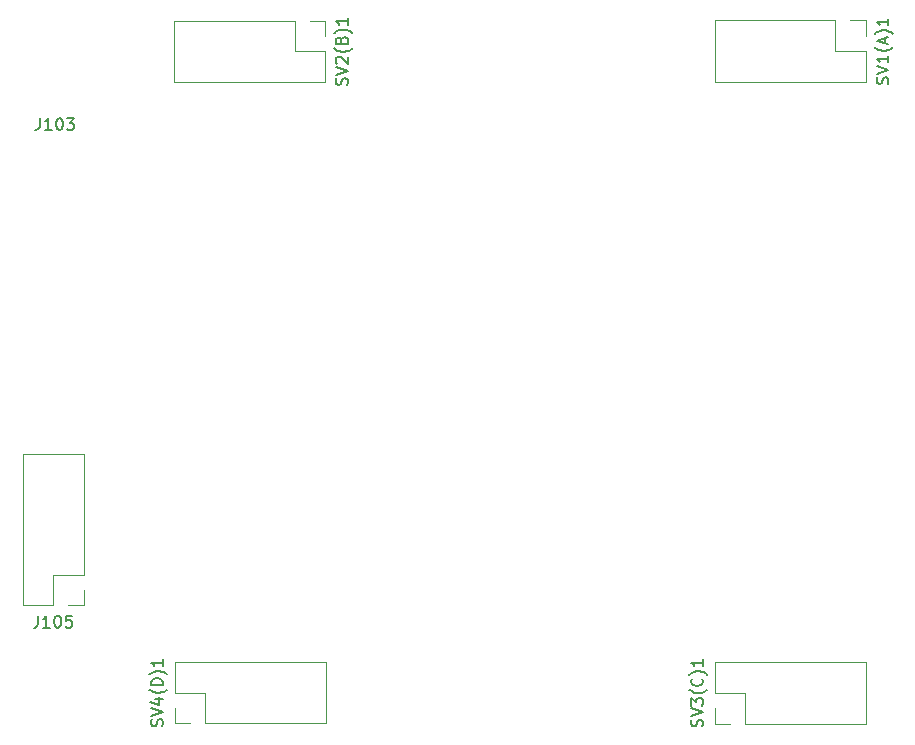
<source format=gbr>
%TF.GenerationSoftware,KiCad,Pcbnew,(6.0.4)*%
%TF.CreationDate,2023-01-10T11:36:53+00:00*%
%TF.ProjectId,middle,6d696464-6c65-42e6-9b69-6361645f7063,rev?*%
%TF.SameCoordinates,Original*%
%TF.FileFunction,Legend,Top*%
%TF.FilePolarity,Positive*%
%FSLAX46Y46*%
G04 Gerber Fmt 4.6, Leading zero omitted, Abs format (unit mm)*
G04 Created by KiCad (PCBNEW (6.0.4)) date 2023-01-10 11:36:53*
%MOMM*%
%LPD*%
G01*
G04 APERTURE LIST*
%ADD10C,0.150000*%
%ADD11C,0.120000*%
G04 APERTURE END LIST*
D10*
%TO.C,J105*%
X90554192Y-106267287D02*
X90554192Y-106981573D01*
X90506573Y-107124430D01*
X90411335Y-107219668D01*
X90268478Y-107267287D01*
X90173240Y-107267287D01*
X91554192Y-107267287D02*
X90982764Y-107267287D01*
X91268478Y-107267287D02*
X91268478Y-106267287D01*
X91173240Y-106410145D01*
X91078002Y-106505383D01*
X90982764Y-106553002D01*
X92173240Y-106267287D02*
X92268478Y-106267287D01*
X92363716Y-106314907D01*
X92411335Y-106362526D01*
X92458954Y-106457764D01*
X92506573Y-106648240D01*
X92506573Y-106886335D01*
X92458954Y-107076811D01*
X92411335Y-107172049D01*
X92363716Y-107219668D01*
X92268478Y-107267287D01*
X92173240Y-107267287D01*
X92078002Y-107219668D01*
X92030383Y-107172049D01*
X91982764Y-107076811D01*
X91935145Y-106886335D01*
X91935145Y-106648240D01*
X91982764Y-106457764D01*
X92030383Y-106362526D01*
X92078002Y-106314907D01*
X92173240Y-106267287D01*
X93411335Y-106267287D02*
X92935145Y-106267287D01*
X92887526Y-106743478D01*
X92935145Y-106695859D01*
X93030383Y-106648240D01*
X93268478Y-106648240D01*
X93363716Y-106695859D01*
X93411335Y-106743478D01*
X93458954Y-106838716D01*
X93458954Y-107076811D01*
X93411335Y-107172049D01*
X93363716Y-107219668D01*
X93268478Y-107267287D01*
X93030383Y-107267287D01*
X92935145Y-107219668D01*
X92887526Y-107172049D01*
%TO.C,SV4(D)1*%
X101074668Y-115608240D02*
X101122287Y-115465383D01*
X101122287Y-115227287D01*
X101074668Y-115132049D01*
X101027049Y-115084430D01*
X100931811Y-115036811D01*
X100836573Y-115036811D01*
X100741335Y-115084430D01*
X100693716Y-115132049D01*
X100646097Y-115227287D01*
X100598478Y-115417764D01*
X100550859Y-115513002D01*
X100503240Y-115560621D01*
X100408002Y-115608240D01*
X100312764Y-115608240D01*
X100217526Y-115560621D01*
X100169907Y-115513002D01*
X100122287Y-115417764D01*
X100122287Y-115179668D01*
X100169907Y-115036811D01*
X100122287Y-114751097D02*
X101122287Y-114417764D01*
X100122287Y-114084430D01*
X100455621Y-113322526D02*
X101122287Y-113322526D01*
X100074668Y-113560621D02*
X100788954Y-113798716D01*
X100788954Y-113179668D01*
X101503240Y-112513002D02*
X101455621Y-112560621D01*
X101312764Y-112655859D01*
X101217526Y-112703478D01*
X101074668Y-112751097D01*
X100836573Y-112798716D01*
X100646097Y-112798716D01*
X100408002Y-112751097D01*
X100265145Y-112703478D01*
X100169907Y-112655859D01*
X100027049Y-112560621D01*
X99979430Y-112513002D01*
X101122287Y-112132049D02*
X100122287Y-112132049D01*
X100122287Y-111893954D01*
X100169907Y-111751097D01*
X100265145Y-111655859D01*
X100360383Y-111608240D01*
X100550859Y-111560621D01*
X100693716Y-111560621D01*
X100884192Y-111608240D01*
X100979430Y-111655859D01*
X101074668Y-111751097D01*
X101122287Y-111893954D01*
X101122287Y-112132049D01*
X101503240Y-111227287D02*
X101455621Y-111179668D01*
X101312764Y-111084430D01*
X101217526Y-111036811D01*
X101074668Y-110989192D01*
X100836573Y-110941573D01*
X100646097Y-110941573D01*
X100408002Y-110989192D01*
X100265145Y-111036811D01*
X100169907Y-111084430D01*
X100027049Y-111179668D01*
X99979430Y-111227287D01*
X101122287Y-109941573D02*
X101122287Y-110513002D01*
X101122287Y-110227287D02*
X100122287Y-110227287D01*
X100265145Y-110322526D01*
X100360383Y-110417764D01*
X100408002Y-110513002D01*
%TO.C,SV1(A)1*%
X162499668Y-61226811D02*
X162547287Y-61083954D01*
X162547287Y-60845859D01*
X162499668Y-60750621D01*
X162452049Y-60703002D01*
X162356811Y-60655383D01*
X162261573Y-60655383D01*
X162166335Y-60703002D01*
X162118716Y-60750621D01*
X162071097Y-60845859D01*
X162023478Y-61036335D01*
X161975859Y-61131573D01*
X161928240Y-61179192D01*
X161833002Y-61226811D01*
X161737764Y-61226811D01*
X161642526Y-61179192D01*
X161594907Y-61131573D01*
X161547287Y-61036335D01*
X161547287Y-60798240D01*
X161594907Y-60655383D01*
X161547287Y-60369668D02*
X162547287Y-60036335D01*
X161547287Y-59703002D01*
X162547287Y-58845859D02*
X162547287Y-59417287D01*
X162547287Y-59131573D02*
X161547287Y-59131573D01*
X161690145Y-59226811D01*
X161785383Y-59322049D01*
X161833002Y-59417287D01*
X162928240Y-58131573D02*
X162880621Y-58179192D01*
X162737764Y-58274430D01*
X162642526Y-58322049D01*
X162499668Y-58369668D01*
X162261573Y-58417287D01*
X162071097Y-58417287D01*
X161833002Y-58369668D01*
X161690145Y-58322049D01*
X161594907Y-58274430D01*
X161452049Y-58179192D01*
X161404430Y-58131573D01*
X162261573Y-57798240D02*
X162261573Y-57322049D01*
X162547287Y-57893478D02*
X161547287Y-57560145D01*
X162547287Y-57226811D01*
X162928240Y-56988716D02*
X162880621Y-56941097D01*
X162737764Y-56845859D01*
X162642526Y-56798240D01*
X162499668Y-56750621D01*
X162261573Y-56703002D01*
X162071097Y-56703002D01*
X161833002Y-56750621D01*
X161690145Y-56798240D01*
X161594907Y-56845859D01*
X161452049Y-56941097D01*
X161404430Y-56988716D01*
X162547287Y-55703002D02*
X162547287Y-56274430D01*
X162547287Y-55988716D02*
X161547287Y-55988716D01*
X161690145Y-56083954D01*
X161785383Y-56179192D01*
X161833002Y-56274430D01*
%TO.C,*%
%TO.C,J103*%
X90694192Y-64127287D02*
X90694192Y-64841573D01*
X90646573Y-64984430D01*
X90551335Y-65079668D01*
X90408478Y-65127287D01*
X90313240Y-65127287D01*
X91694192Y-65127287D02*
X91122764Y-65127287D01*
X91408478Y-65127287D02*
X91408478Y-64127287D01*
X91313240Y-64270145D01*
X91218002Y-64365383D01*
X91122764Y-64413002D01*
X92313240Y-64127287D02*
X92408478Y-64127287D01*
X92503716Y-64174907D01*
X92551335Y-64222526D01*
X92598954Y-64317764D01*
X92646573Y-64508240D01*
X92646573Y-64746335D01*
X92598954Y-64936811D01*
X92551335Y-65032049D01*
X92503716Y-65079668D01*
X92408478Y-65127287D01*
X92313240Y-65127287D01*
X92218002Y-65079668D01*
X92170383Y-65032049D01*
X92122764Y-64936811D01*
X92075145Y-64746335D01*
X92075145Y-64508240D01*
X92122764Y-64317764D01*
X92170383Y-64222526D01*
X92218002Y-64174907D01*
X92313240Y-64127287D01*
X92979907Y-64127287D02*
X93598954Y-64127287D01*
X93265621Y-64508240D01*
X93408478Y-64508240D01*
X93503716Y-64555859D01*
X93551335Y-64603478D01*
X93598954Y-64698716D01*
X93598954Y-64936811D01*
X93551335Y-65032049D01*
X93503716Y-65079668D01*
X93408478Y-65127287D01*
X93122764Y-65127287D01*
X93027526Y-65079668D01*
X92979907Y-65032049D01*
%TO.C,SV2(B)1*%
X116714668Y-61318240D02*
X116762287Y-61175383D01*
X116762287Y-60937287D01*
X116714668Y-60842049D01*
X116667049Y-60794430D01*
X116571811Y-60746811D01*
X116476573Y-60746811D01*
X116381335Y-60794430D01*
X116333716Y-60842049D01*
X116286097Y-60937287D01*
X116238478Y-61127764D01*
X116190859Y-61223002D01*
X116143240Y-61270621D01*
X116048002Y-61318240D01*
X115952764Y-61318240D01*
X115857526Y-61270621D01*
X115809907Y-61223002D01*
X115762287Y-61127764D01*
X115762287Y-60889668D01*
X115809907Y-60746811D01*
X115762287Y-60461097D02*
X116762287Y-60127764D01*
X115762287Y-59794430D01*
X115857526Y-59508716D02*
X115809907Y-59461097D01*
X115762287Y-59365859D01*
X115762287Y-59127764D01*
X115809907Y-59032526D01*
X115857526Y-58984907D01*
X115952764Y-58937287D01*
X116048002Y-58937287D01*
X116190859Y-58984907D01*
X116762287Y-59556335D01*
X116762287Y-58937287D01*
X117143240Y-58223002D02*
X117095621Y-58270621D01*
X116952764Y-58365859D01*
X116857526Y-58413478D01*
X116714668Y-58461097D01*
X116476573Y-58508716D01*
X116286097Y-58508716D01*
X116048002Y-58461097D01*
X115905145Y-58413478D01*
X115809907Y-58365859D01*
X115667049Y-58270621D01*
X115619430Y-58223002D01*
X116238478Y-57508716D02*
X116286097Y-57365859D01*
X116333716Y-57318240D01*
X116428954Y-57270621D01*
X116571811Y-57270621D01*
X116667049Y-57318240D01*
X116714668Y-57365859D01*
X116762287Y-57461097D01*
X116762287Y-57842049D01*
X115762287Y-57842049D01*
X115762287Y-57508716D01*
X115809907Y-57413478D01*
X115857526Y-57365859D01*
X115952764Y-57318240D01*
X116048002Y-57318240D01*
X116143240Y-57365859D01*
X116190859Y-57413478D01*
X116238478Y-57508716D01*
X116238478Y-57842049D01*
X117143240Y-56937287D02*
X117095621Y-56889668D01*
X116952764Y-56794430D01*
X116857526Y-56746811D01*
X116714668Y-56699192D01*
X116476573Y-56651573D01*
X116286097Y-56651573D01*
X116048002Y-56699192D01*
X115905145Y-56746811D01*
X115809907Y-56794430D01*
X115667049Y-56889668D01*
X115619430Y-56937287D01*
X116762287Y-55651573D02*
X116762287Y-56223002D01*
X116762287Y-55937287D02*
X115762287Y-55937287D01*
X115905145Y-56032526D01*
X116000383Y-56127764D01*
X116048002Y-56223002D01*
%TO.C,*%
%TO.C,SV3(C)1*%
X146794668Y-115628240D02*
X146842287Y-115485383D01*
X146842287Y-115247287D01*
X146794668Y-115152049D01*
X146747049Y-115104430D01*
X146651811Y-115056811D01*
X146556573Y-115056811D01*
X146461335Y-115104430D01*
X146413716Y-115152049D01*
X146366097Y-115247287D01*
X146318478Y-115437764D01*
X146270859Y-115533002D01*
X146223240Y-115580621D01*
X146128002Y-115628240D01*
X146032764Y-115628240D01*
X145937526Y-115580621D01*
X145889907Y-115533002D01*
X145842287Y-115437764D01*
X145842287Y-115199668D01*
X145889907Y-115056811D01*
X145842287Y-114771097D02*
X146842287Y-114437764D01*
X145842287Y-114104430D01*
X145842287Y-113866335D02*
X145842287Y-113247287D01*
X146223240Y-113580621D01*
X146223240Y-113437764D01*
X146270859Y-113342526D01*
X146318478Y-113294907D01*
X146413716Y-113247287D01*
X146651811Y-113247287D01*
X146747049Y-113294907D01*
X146794668Y-113342526D01*
X146842287Y-113437764D01*
X146842287Y-113723478D01*
X146794668Y-113818716D01*
X146747049Y-113866335D01*
X147223240Y-112533002D02*
X147175621Y-112580621D01*
X147032764Y-112675859D01*
X146937526Y-112723478D01*
X146794668Y-112771097D01*
X146556573Y-112818716D01*
X146366097Y-112818716D01*
X146128002Y-112771097D01*
X145985145Y-112723478D01*
X145889907Y-112675859D01*
X145747049Y-112580621D01*
X145699430Y-112533002D01*
X146747049Y-111580621D02*
X146794668Y-111628240D01*
X146842287Y-111771097D01*
X146842287Y-111866335D01*
X146794668Y-112009192D01*
X146699430Y-112104430D01*
X146604192Y-112152049D01*
X146413716Y-112199668D01*
X146270859Y-112199668D01*
X146080383Y-112152049D01*
X145985145Y-112104430D01*
X145889907Y-112009192D01*
X145842287Y-111866335D01*
X145842287Y-111771097D01*
X145889907Y-111628240D01*
X145937526Y-111580621D01*
X147223240Y-111247287D02*
X147175621Y-111199668D01*
X147032764Y-111104430D01*
X146937526Y-111056811D01*
X146794668Y-111009192D01*
X146556573Y-110961573D01*
X146366097Y-110961573D01*
X146128002Y-111009192D01*
X145985145Y-111056811D01*
X145889907Y-111104430D01*
X145747049Y-111199668D01*
X145699430Y-111247287D01*
X146842287Y-109961573D02*
X146842287Y-110533002D01*
X146842287Y-110247287D02*
X145842287Y-110247287D01*
X145985145Y-110342526D01*
X146080383Y-110437764D01*
X146128002Y-110533002D01*
D11*
%TO.C,J105*%
X89239907Y-92554907D02*
X94439907Y-92554907D01*
X89239907Y-105374907D02*
X91839907Y-105374907D01*
X91839907Y-105374907D02*
X91839907Y-102774907D01*
X93109907Y-105374907D02*
X94439907Y-105374907D01*
X94439907Y-105374907D02*
X94439907Y-104044907D01*
X91839907Y-102774907D02*
X94439907Y-102774907D01*
X89239907Y-105374907D02*
X89239907Y-92554907D01*
X94439907Y-102774907D02*
X94439907Y-92554907D01*
%TO.C,SV4(D)1*%
X104709907Y-115374907D02*
X114929907Y-115374907D01*
X104709907Y-112774907D02*
X104709907Y-115374907D01*
X102109907Y-110174907D02*
X114929907Y-110174907D01*
X102109907Y-110174907D02*
X102109907Y-112774907D01*
X102109907Y-112774907D02*
X104709907Y-112774907D01*
X114929907Y-110174907D02*
X114929907Y-115374907D01*
X102109907Y-115374907D02*
X103439907Y-115374907D01*
X102109907Y-114044907D02*
X102109907Y-115374907D01*
%TO.C,SV1(A)1*%
X160654907Y-61064907D02*
X147834907Y-61064907D01*
X158054907Y-55864907D02*
X147834907Y-55864907D01*
X158054907Y-58464907D02*
X158054907Y-55864907D01*
X160654907Y-55864907D02*
X159324907Y-55864907D01*
X160654907Y-58464907D02*
X158054907Y-58464907D01*
X160654907Y-57194907D02*
X160654907Y-55864907D01*
X147834907Y-61064907D02*
X147834907Y-55864907D01*
X160654907Y-61064907D02*
X160654907Y-58464907D01*
%TO.C,SV2(B)1*%
X112269907Y-58484907D02*
X112269907Y-55884907D01*
X102049907Y-61084907D02*
X102049907Y-55884907D01*
X114869907Y-58484907D02*
X112269907Y-58484907D01*
X114869907Y-55884907D02*
X113539907Y-55884907D01*
X114869907Y-61084907D02*
X114869907Y-58484907D01*
X114869907Y-61084907D02*
X102049907Y-61084907D01*
X112269907Y-55884907D02*
X102049907Y-55884907D01*
X114869907Y-57214907D02*
X114869907Y-55884907D01*
%TO.C,SV3(C)1*%
X147829907Y-115394907D02*
X149159907Y-115394907D01*
X147829907Y-112794907D02*
X150429907Y-112794907D01*
X150429907Y-115394907D02*
X160649907Y-115394907D01*
X147829907Y-114064907D02*
X147829907Y-115394907D01*
X160649907Y-110194907D02*
X160649907Y-115394907D01*
X147829907Y-110194907D02*
X160649907Y-110194907D01*
X147829907Y-110194907D02*
X147829907Y-112794907D01*
X150429907Y-112794907D02*
X150429907Y-115394907D01*
%TD*%
M02*

</source>
